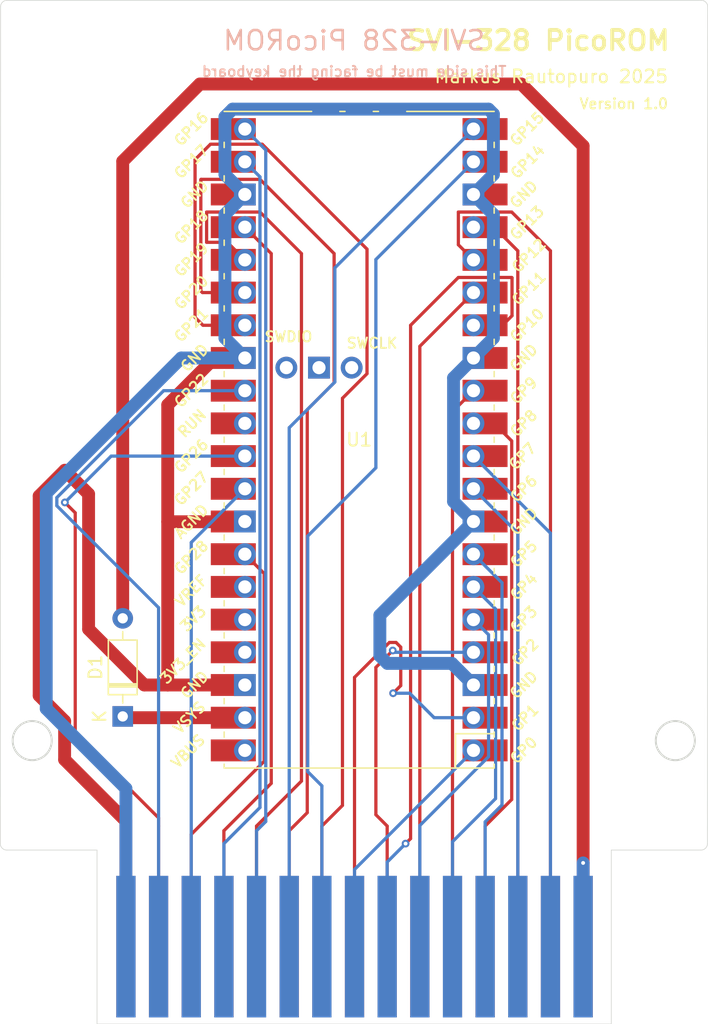
<source format=kicad_pcb>
(kicad_pcb (version 20240108) (generator "pcbnew") (generator_version "8.0")
  (title_block (title "SVI-328 PicoROM cartridge") (date "2024-11-27") (rev "1.0") (company "Markus Rautopuro") (comment 1 "https://github.com/fitch/SVI-328-PicoROM"))
  (layers (0 "F.Cu" signal) (31 "B.Cu" signal) (34 "B.Paste" user) (35 "F.Paste" user) (36 "B.SilkS" user "B.Silkscreen") (37 "F.SilkS" user "F.Silkscreen") (38 "B.Mask" user) (39 "F.Mask" user) (44 "Edge.Cuts" user))
  (net 0 "")
  (net 1 "VCC")
  (net 2 "GND")
  (net 3 "A9")
  (net 4 "D6")
  (net 5 "D5")
  (net 6 "D1")
  (net 7 "A6")
  (net 8 "A5")
  (net 9 "A1")
  (net 10 "D2")
  (net 11 "A3")
  (net 12 "A8")
  (net 13 "A2")
  (net 14 "A13")
  (net 15 "D3")
  (net 16 "D4")
  (net 17 "A12")
  (net 18 "D0")
  (net 19 "D7")
  (net 20 "A10")
  (net 21 "A11")
  (net 22 "A0")
  (net 23 "A4")
  (net 24 "A7")
  (net 25 "{slash}CCS3")
  (net 26 "{slash}CCS2")
  (net 27 "{slash}CCS1")
  (net 28 "{slash}CCS4")
  (net 30 "Net-(D1-K)")
  (footprint "Spectravideo:ROM cartridge edge connector" (layer "F.Cu") (at 134.028691 156.127414)
    (property "Reference" "J1" (hide yes))
    (property "Value" "2x15 pin Spectravideo ROM cartridge edge connector")
    (pad "1" connect rect (at 17.78 -0.127) (size 1.5 11) (layers "B.Cu" "B.Mask") (net 1 "VCC"))
    (pad "2" connect rect (at 17.78 -0.127) (size 1.5 11) (layers "F.Cu" "F.Mask") (net 1 "VCC"))
    (pad "3" connect rect (at 15.24 -0.127) (size 1.5 11) (layers "B.Cu" "B.Mask") (net 24 "A7"))
    (pad "4" connect rect (at 15.24 -0.127) (size 1.5 11) (layers "F.Cu" "F.Mask") (net 17 "A12"))
    (pad "5" connect rect (at 12.7 -0.127) (size 1.5 11) (layers "B.Cu" "B.Mask") (net 7 "A6"))
    (pad "6" connect rect (at 12.7 -0.127) (size 1.5 11) (layers "F.Cu" "F.Mask") (net 14 "A13"))
    (pad "7" connect rect (at 10.16 -0.127) (size 1.5 11) (layers "B.Cu" "B.Mask") (net 8 "A5"))
    (pad "8" connect rect (at 10.16 -0.127) (size 1.5 11) (layers "F.Cu" "F.Mask") (net 12 "A8"))
    (pad "9" connect rect (at 7.62 -0.127) (size 1.5 11) (layers "B.Cu" "B.Mask") (net 23 "A4"))
    (pad "10" connect rect (at 7.62 -0.127) (size 1.5 11) (layers "F.Cu" "F.Mask") (net 3 "A9"))
    (pad "11" connect rect (at 5.08 -0.127) (size 1.5 11) (layers "B.Cu" "B.Mask") (net 11 "A3"))
    (pad "12" connect rect (at 5.08 -0.127) (size 1.5 11) (layers "F.Cu" "F.Mask") (net 21 "A11"))
    (pad "13" connect rect (at 2.54 -0.127) (size 1.5 11) (layers "B.Cu" "B.Mask") (net 20 "A10"))
    (pad "14" connect rect (at 2.54 -0.127) (size 1.5 11) (layers "F.Cu" "F.Mask") (net 13 "A2"))
    (pad "15" connect rect (at 0 -0.127) (size 1.5 11) (layers "B.Cu" "B.Mask") (net 22 "A0"))
    (pad "16" connect rect (at 0 -0.127) (size 1.5 11) (layers "F.Cu" "F.Mask") (net 9 "A1"))
    (pad "17" connect rect (at -2.54 -0.127) (size 1.5 11) (layers "B.Cu" "B.Mask") (net 18 "D0"))
    (pad "18" connect rect (at -2.54 -0.127) (size 1.5 11) (layers "F.Cu" "F.Mask") (net 19 "D7"))
    (pad "19" connect rect (at -5.08 -0.127) (size 1.5 11) (layers "B.Cu" "B.Mask") (net 6 "D1"))
    (pad "20" connect rect (at -5.08 -0.127) (size 1.5 11) (layers "F.Cu" "F.Mask") (net 4 "D6"))
    (pad "21" connect rect (at -7.62 -0.127) (size 1.5 11) (layers "B.Cu" "B.Mask") (net 10 "D2"))
    (pad "22" connect rect (at -7.62 -0.127) (size 1.5 11) (layers "F.Cu" "F.Mask") (net 5 "D5"))
    (pad "23" connect rect (at -10.16 -0.127) (size 1.5 11) (layers "B.Cu" "B.Mask") (net 15 "D3"))
    (pad "24" connect rect (at -10.16 -0.127) (size 1.5 11) (layers "F.Cu" "F.Mask") (net 16 "D4"))
    (pad "25" connect rect (at -12.7 -0.127) (size 1.5 11) (layers "B.Cu" "B.Mask") (net 25 "{slash}CCS3"))
    (pad "26" connect rect (at -12.7 -0.127) (size 1.5 11) (layers "F.Cu" "F.Mask") (net 28 "{slash}CCS4"))
    (pad "27" connect rect (at -15.24 -0.127) (size 1.5 11) (layers "B.Cu" "B.Mask") (net 27 "{slash}CCS1"))
    (pad "28" connect rect (at -15.24 -0.127) (size 1.5 11) (layers "F.Cu" "F.Mask") (net 26 "{slash}CCS2"))
    (pad "29" connect rect (at -17.78 -0.127) (size 1.5 11) (layers "B.Cu" "B.Mask") (net 2 "GND"))
    (pad "30" connect rect (at -17.78 -0.127) (size 1.5 11) (layers "F.Cu" "F.Mask") (net 2 "GND"))
  )
  (footprint "Spectravideo:RPi_PicoW_SMD_TH" (layer "F.Cu") (at 134.39 116.63 180)
    (property "Reference" "U1" (at 0 0 0) (layer "F.SilkS"))
    (property "Value" "Pico 2 W")
    (fp_line (start 10.5 25.5) (end 3.7 25.5) (stroke (width 0.12)) (layer "F.SilkS"))
    (fp_line (start 10.5 22.7) (end 10.5 23.1) (stroke (width 0.12)) (layer "F.SilkS"))
    (fp_line (start 10.5 20.1) (end 10.5 20.5) (stroke (width 0.12)) (layer "F.SilkS"))
    (fp_line (start 10.5 17.6) (end 10.5 18) (stroke (width 0.12)) (layer "F.SilkS"))
    (fp_line (start 10.5 15.1) (end 10.5 15.5) (stroke (width 0.12)) (layer "F.SilkS"))
    (fp_line (start 10.5 12.5) (end 10.5 12.9) (stroke (width 0.12)) (layer "F.SilkS"))
    (fp_line (start 10.5 10) (end 10.5 10.4) (stroke (width 0.12)) (layer "F.SilkS"))
    (fp_line (start 10.5 7.4) (end 10.5 7.8) (stroke (width 0.12)) (layer "F.SilkS"))
    (fp_line (start 10.5 4.9) (end 10.5 5.3) (stroke (width 0.12)) (layer "F.SilkS"))
    (fp_line (start 10.5 2.3) (end 10.5 2.7) (stroke (width 0.12)) (layer "F.SilkS"))
    (fp_line (start 10.5 -0.2) (end 10.5 0.2) (stroke (width 0.12)) (layer "F.SilkS"))
    (fp_line (start 10.5 -2.7) (end 10.5 -2.3) (stroke (width 0.12)) (layer "F.SilkS"))
    (fp_line (start 10.5 -5.3) (end 10.5 -4.9) (stroke (width 0.12)) (layer "F.SilkS"))
    (fp_line (start 10.5 -7.8) (end 10.5 -7.4) (stroke (width 0.12)) (layer "F.SilkS"))
    (fp_line (start 10.5 -10.4) (end 10.5 -10) (stroke (width 0.12)) (layer "F.SilkS"))
    (fp_line (start 10.5 -12.9) (end 10.5 -12.5) (stroke (width 0.12)) (layer "F.SilkS"))
    (fp_line (start 10.5 -15.4) (end 10.5 -15) (stroke (width 0.12)) (layer "F.SilkS"))
    (fp_line (start 10.5 -18) (end 10.5 -17.6) (stroke (width 0.12)) (layer "F.SilkS"))
    (fp_line (start 10.5 -20.5) (end 10.5 -20.1) (stroke (width 0.12)) (layer "F.SilkS"))
    (fp_line (start 10.5 -23.1) (end 10.5 -22.7) (stroke (width 0.12)) (layer "F.SilkS"))
    (fp_line (start 10.5 -25.5) (end 10.5 -25.2) (stroke (width 0.12)) (layer "F.SilkS"))
    (fp_line (start 1.1 25.5) (end 1.5 25.5) (stroke (width 0.12)) (layer "F.SilkS"))
    (fp_line (start -1.5 25.5) (end -1.1 25.5) (stroke (width 0.12)) (layer "F.SilkS"))
    (fp_line (start -3.7 25.5) (end -10.5 25.5) (stroke (width 0.12)) (layer "F.SilkS"))
    (fp_line (start -7.493 -22.833) (end -7.493 -25.5) (stroke (width 0.12)) (layer "F.SilkS"))
    (fp_line (start -10.5 22.7) (end -10.5 23.1) (stroke (width 0.12)) (layer "F.SilkS"))
    (fp_line (start -10.5 20.1) (end -10.5 20.5) (stroke (width 0.12)) (layer "F.SilkS"))
    (fp_line (start -10.5 17.6) (end -10.5 18) (stroke (width 0.12)) (layer "F.SilkS"))
    (fp_line (start -10.5 15.1) (end -10.5 15.5) (stroke (width 0.12)) (layer "F.SilkS"))
    (fp_line (start -10.5 12.5) (end -10.5 12.9) (stroke (width 0.12)) (layer "F.SilkS"))
    (fp_line (start -10.5 10) (end -10.5 10.4) (stroke (width 0.12)) (layer "F.SilkS"))
    (fp_line (start -10.5 7.4) (end -10.5 7.8) (stroke (width 0.12)) (layer "F.SilkS"))
    (fp_line (start -10.5 4.9) (end -10.5 5.3) (stroke (width 0.12)) (layer "F.SilkS"))
    (fp_line (start -10.5 2.3) (end -10.5 2.7) (stroke (width 0.12)) (layer "F.SilkS"))
    (fp_line (start -10.5 -0.2) (end -10.5 0.2) (stroke (width 0.12)) (layer "F.SilkS"))
    (fp_line (start -10.5 -2.7) (end -10.5 -2.3) (stroke (width 0.12)) (layer "F.SilkS"))
    (fp_line (start -10.5 -5.3) (end -10.5 -4.9) (stroke (width 0.12)) (layer "F.SilkS"))
    (fp_line (start -10.5 -7.8) (end -10.5 -7.4) (stroke (width 0.12)) (layer "F.SilkS"))
    (fp_line (start -10.5 -10.4) (end -10.5 -10) (stroke (width 0.12)) (layer "F.SilkS"))
    (fp_line (start -10.5 -12.9) (end -10.5 -12.5) (stroke (width 0.12)) (layer "F.SilkS"))
    (fp_line (start -10.5 -15.4) (end -10.5 -15) (stroke (width 0.12)) (layer "F.SilkS"))
    (fp_line (start -10.5 -18) (end -10.5 -17.6) (stroke (width 0.12)) (layer "F.SilkS"))
    (fp_line (start -10.5 -20.5) (end -10.5 -20.1) (stroke (width 0.12)) (layer "F.SilkS"))
    (fp_line (start -10.5 -22.833) (end -7.493 -22.833) (stroke (width 0.12)) (layer "F.SilkS"))
    (fp_line (start -10.5 -23.1) (end -10.5 -22.7) (stroke (width 0.12)) (layer "F.SilkS"))
    (fp_line (start -10.5 -25.5) (end 10.5 -25.5) (stroke (width 0.12)) (layer "F.SilkS"))
    (fp_line (start -10.5 -25.5) (end -10.5 -25.2) (stroke (width 0.12)) (layer "F.SilkS"))
    (fp_text user "GP2" (at -12.9 -16.51 45) (layer "F.SilkS") (effects (font (size 0.8 0.8))))
    (fp_text user "GP28" (at 13.054 -9.144 45) (layer "F.SilkS") (effects (font (size 0.8 0.8))))
    (fp_text user "GP22" (at 13.054 3.81 45) (layer "F.SilkS") (effects (font (size 0.8 0.8))))
    (fp_text user "GP8" (at -12.8 1.27 45) (layer "F.SilkS") (effects (font (size 0.8 0.8))))
    (fp_text user "RUN" (at 13 1.27 45) (layer "F.SilkS") (effects (font (size 0.8 0.8))))
    (fp_text user "SWCLK" (at -1 7.5 0) (layer "F.SilkS") (effects (font (size 0.8 0.8))))
    (fp_text user "GND" (at 12.8 19.05 45) (layer "F.SilkS") (effects (font (size 0.8 0.8))))
    (fp_text user "GND" (at -12.8 19.05 45) (layer "F.SilkS") (effects (font (size 0.8 0.8))))
    (fp_text user "GND" (at -12.8 6.35 45) (layer "F.SilkS") (effects (font (size 0.8 0.8))))
    (fp_text user "AGND" (at 13.054 -6.35 45) (layer "F.SilkS") (effects (font (size 0.8 0.8))))
    (fp_text user "VSYS" (at 13.2 -21.59 45) (layer "F.SilkS") (effects (font (size 0.8 0.8))))
    (fp_text user "GP9" (at -12.8 3.81 45) (layer "F.SilkS") (effects (font (size 0.8 0.8))))
    (fp_text user "GP15" (at -13.054 24.13 45) (layer "F.SilkS") (effects (font (size 0.8 0.8))))
    (fp_text user "3V3" (at 12.9 -13.9 45) (layer "F.SilkS") (effects (font (size 0.8 0.8))))
    (fp_text user "GP14" (at -13.1 21.59 45) (layer "F.SilkS") (effects (font (size 0.8 0.8))))
    (fp_text user "GND" (at -12.8 -6.35 45) (layer "F.SilkS") (effects (font (size 0.8 0.8))))
    (fp_text user "GP6" (at -12.8 -3.81 45) (layer "F.SilkS") (effects (font (size 0.8 0.8))))
    (fp_text user "GP4" (at -12.8 -11.43 45) (layer "F.SilkS") (effects (font (size 0.8 0.8))))
    (fp_text user "SWDIO" (at 5.5 8 0) (layer "F.SilkS") (effects (font (size 0.8 0.8))))
    (fp_text user "GP16" (at 13.054 24.13 45) (layer "F.SilkS") (effects (font (size 0.8 0.8))))
    (fp_text user "GND" (at -12.8 -19.05 45) (layer "F.SilkS") (effects (font (size 0.8 0.8))))
    (fp_text user "VREF" (at 13.0675 -11.7425 45) (layer "F.SilkS") (effects (font (size 0.8 0.8))))
    (fp_text user "VBUS" (at 13.3 -24.2 45) (layer "F.SilkS") (effects (font (size 0.8 0.8))))
    (fp_text user "3V3_EN" (at 13.7 -17.2 45) (layer "F.SilkS") (effects (font (size 0.8 0.8))))
    (fp_text user "GP12" (at -13.2 14.2925 45) (layer "F.SilkS") (effects (font (size 0.8 0.8))))
    (fp_text user "GP0" (at -12.8 -24.13 45) (layer "F.SilkS") (effects (font (size 0.8 0.8))))
    (fp_text user "GP11" (at -13.2 11.7525 45) (layer "F.SilkS") (effects (font (size 0.8 0.8))))
    (fp_text user "GP1" (at -12.9 -21.6 45) (layer "F.SilkS") (effects (font (size 0.8 0.8))))
    (fp_text user "GP20" (at 13.054 11.43 45) (layer "F.SilkS") (effects (font (size 0.8 0.8))))
    (fp_text user "GP13" (at -13.054 16.8325 45) (layer "F.SilkS") (effects (font (size 0.8 0.8))))
    (fp_text user "GP26" (at 13.054 -1.27 45) (layer "F.SilkS") (effects (font (size 0.8 0.8))))
    (fp_text user "GP17" (at 13.054 21.59 45) (layer "F.SilkS") (effects (font (size 0.8 0.8))))
    (fp_text user "GP27" (at 13.054 -3.8 45) (layer "F.SilkS") (effects (font (size 0.8 0.8))))
    (fp_text user "GP7" (at -12.7 -1.3 45) (layer "F.SilkS") (effects (font (size 0.8 0.8))))
    (fp_text user "GND" (at 12.8 6.35 45) (layer "F.SilkS") (effects (font (size 0.8 0.8))))
    (fp_text user "GP3" (at -12.8 -13.97 45) (layer "F.SilkS") (effects (font (size 0.8 0.8))))
    (fp_text user "GND" (at 12.8 -19.05 45) (layer "F.SilkS") (effects (font (size 0.8 0.8))))
    (fp_text user "GP10" (at -13.054 8.89 45) (layer "F.SilkS") (effects (font (size 0.8 0.8))))
    (fp_text user "GP5" (at -12.8 -8.89 45) (layer "F.SilkS") (effects (font (size 0.8 0.8))))
    (fp_text user "GP19" (at 13.054 13.97 45) (layer "F.SilkS") (effects (font (size 0.8 0.8))))
    (fp_text user "GP21" (at 13.054 8.9 45) (layer "F.SilkS") (effects (font (size 0.8 0.8))))
    (fp_text user "GP18" (at 13.054 16.51 45) (layer "F.SilkS") (effects (font (size 0.8 0.8))))
    (pad "" np_thru_hole oval (at -2.725 -24 180) (size 1.8 1.8) (drill 1.8) (layers "*.Cu" "*.Mask"))
    (pad "" np_thru_hole oval (at -2.425 -20.97 180) (size 1.5 1.5) (drill 1.5) (layers "*.Cu" "*.Mask"))
    (pad "" np_thru_hole oval (at 2.425 -20.97 180) (size 1.5 1.5) (drill 1.5) (layers "*.Cu" "*.Mask"))
    (pad "" np_thru_hole oval (at 2.725 -24 180) (size 1.8 1.8) (drill 1.8) (layers "*.Cu" "*.Mask"))
    (pad "1" thru_hole oval (at -8.89 -24.13 180) (size 1.7 1.7) (drill 1.02) (layers "*.Cu" "*.Mask") (net 22 "A0"))
    (pad "1" smd rect (at -8.89 -24.13 180) (size 3.5 1.7) (drill (offset -0.9 0)) (layers "F.Cu" "F.Mask") (net 22 "A0"))
    (pad "2" thru_hole oval (at -8.89 -21.59 180) (size 1.7 1.7) (drill 1.02) (layers "*.Cu" "*.Mask") (net 9 "A1"))
    (pad "2" smd rect (at -8.89 -21.59 180) (size 3.5 1.7) (drill (offset -0.9 0)) (layers "F.Cu" "F.Mask") (net 9 "A1"))
    (pad "3" thru_hole rect (at -8.89 -19.05 180) (size 1.7 1.7) (drill 1.02) (layers "*.Cu" "*.Mask") (net 2 "GND"))
    (pad "3" smd rect (at -8.89 -19.05 180) (size 3.5 1.7) (drill (offset -0.9 0)) (layers "F.Cu" "F.Mask") (net 2 "GND"))
    (pad "4" thru_hole oval (at -8.89 -16.51 180) (size 1.7 1.7) (drill 1.02) (layers "*.Cu" "*.Mask") (net 13 "A2"))
    (pad "4" smd rect (at -8.89 -16.51 180) (size 3.5 1.7) (drill (offset -0.9 0)) (layers "F.Cu" "F.Mask") (net 13 "A2"))
    (pad "5" thru_hole oval (at -8.89 -13.97 180) (size 1.7 1.7) (drill 1.02) (layers "*.Cu" "*.Mask") (net 11 "A3"))
    (pad "5" smd rect (at -8.89 -13.97 180) (size 3.5 1.7) (drill (offset -0.9 0)) (layers "F.Cu" "F.Mask") (net 11 "A3"))
    (pad "6" thru_hole oval (at -8.89 -11.43 180) (size 1.7 1.7) (drill 1.02) (layers "*.Cu" "*.Mask") (net 23 "A4"))
    (pad "6" smd rect (at -8.89 -11.43 180) (size 3.5 1.7) (drill (offset -0.9 0)) (layers "F.Cu" "F.Mask") (net 23 "A4"))
    (pad "7" thru_hole oval (at -8.89 -8.89 180) (size 1.7 1.7) (drill 1.02) (layers "*.Cu" "*.Mask") (net 8 "A5"))
    (pad "7" smd rect (at -8.89 -8.89 180) (size 3.5 1.7) (drill (offset -0.9 0)) (layers "F.Cu" "F.Mask") (net 8 "A5"))
    (pad "8" thru_hole rect (at -8.89 -6.35 180) (size 1.7 1.7) (drill 1.02) (layers "*.Cu" "*.Mask") (net 2 "GND"))
    (pad "8" smd rect (at -8.89 -6.35 180) (size 3.5 1.7) (drill (offset -0.9 0)) (layers "F.Cu" "F.Mask") (net 2 "GND"))
    (pad "9" thru_hole oval (at -8.89 -3.81 180) (size 1.7 1.7) (drill 1.02) (layers "*.Cu" "*.Mask") (net 7 "A6"))
    (pad "9" smd rect (at -8.89 -3.81 180) (size 3.5 1.7) (drill (offset -0.9 0)) (layers "F.Cu" "F.Mask") (net 7 "A6"))
    (pad "10" thru_hole oval (at -8.89 -1.27 180) (size 1.7 1.7) (drill 1.02) (layers "*.Cu" "*.Mask") (net 24 "A7"))
    (pad "10" smd rect (at -8.89 -1.27 180) (size 3.5 1.7) (drill (offset -0.9 0)) (layers "F.Cu" "F.Mask") (net 24 "A7"))
    (pad "11" thru_hole oval (at -8.89 1.27 180) (size 1.7 1.7) (drill 1.02) (layers "*.Cu" "*.Mask") (net 12 "A8"))
    (pad "11" smd rect (at -8.89 1.27 180) (size 3.5 1.7) (drill (offset -0.9 0)) (layers "F.Cu" "F.Mask") (net 12 "A8"))
    (pad "12" thru_hole oval (at -8.89 3.81 180) (size 1.7 1.7) (drill 1.02) (layers "*.Cu" "*.Mask") (net 3 "A9"))
    (pad "12" smd rect (at -8.89 3.81 180) (size 3.5 1.7) (drill (offset -0.9 0)) (layers "F.Cu" "F.Mask") (net 3 "A9"))
    (pad "13" thru_hole rect (at -8.89 6.35 180) (size 1.7 1.7) (drill 1.02) (layers "*.Cu" "*.Mask") (net 2 "GND"))
    (pad "13" smd rect (at -8.89 6.35 180) (size 3.5 1.7) (drill (offset -0.9 0)) (layers "F.Cu" "F.Mask") (net 2 "GND"))
    (pad "14" thru_hole oval (at -8.89 8.89 180) (size 1.7 1.7) (drill 1.02) (layers "*.Cu" "*.Mask") (net 20 "A10"))
    (pad "14" smd rect (at -8.89 8.89 180) (size 3.5 1.7) (drill (offset -0.9 0)) (layers "F.Cu" "F.Mask") (net 20 "A10"))
    (pad "15" thru_hole oval (at -8.89 11.43 180) (size 1.7 1.7) (drill 1.02) (layers "*.Cu" "*.Mask") (net 21 "A11"))
    (pad "15" smd rect (at -8.89 11.43 180) (size 3.5 1.7) (drill (offset -0.9 0)) (layers "F.Cu" "F.Mask") (net 21 "A11"))
    (pad "16" thru_hole oval (at -8.89 13.97 180) (size 1.7 1.7) (drill 1.02) (layers "*.Cu" "*.Mask") (net 17 "A12"))
    (pad "16" smd rect (at -8.89 13.97 180) (size 3.5 1.7) (drill (offset -0.9 0)) (layers "F.Cu" "F.Mask") (net 17 "A12"))
    (pad "17" thru_hole oval (at -8.89 16.51 180) (size 1.7 1.7) (drill 1.02) (layers "*.Cu" "*.Mask") (net 14 "A13"))
    (pad "17" smd rect (at -8.89 16.51 180) (size 3.5 1.7) (drill (offset -0.9 0)) (layers "F.Cu" "F.Mask") (net 14 "A13"))
    (pad "18" thru_hole rect (at -8.89 19.05 180) (size 1.7 1.7) (drill 1.02) (layers "*.Cu" "*.Mask") (net 2 "GND"))
    (pad "18" smd rect (at -8.89 19.05 180) (size 3.5 1.7) (drill (offset -0.9 0)) (layers "F.Cu" "F.Mask") (net 2 "GND"))
    (pad "19" thru_hole oval (at -8.89 21.59 180) (size 1.7 1.7) (drill 1.02) (layers "*.Cu" "*.Mask") (net 18 "D0"))
    (pad "19" smd rect (at -8.89 21.59 180) (size 3.5 1.7) (drill (offset -0.9 0)) (layers "F.Cu" "F.Mask") (net 18 "D0"))
    (pad "20" thru_hole oval (at -8.89 24.13 180) (size 1.7 1.7) (drill 1.02) (layers "*.Cu" "*.Mask") (net 6 "D1"))
    (pad "20" smd rect (at -8.89 24.13 180) (size 3.5 1.7) (drill (offset -0.9 0)) (layers "F.Cu" "F.Mask") (net 6 "D1"))
    (pad "21" thru_hole oval (at 8.89 24.13 180) (size 1.7 1.7) (drill 1.02) (layers "*.Cu" "*.Mask") (net 10 "D2"))
    (pad "21" smd rect (at 8.89 24.13 180) (size 3.5 1.7) (drill (offset 0.9 0)) (layers "F.Cu" "F.Mask") (net 10 "D2"))
    (pad "22" thru_hole oval (at 8.89 21.59 180) (size 1.7 1.7) (drill 1.02) (layers "*.Cu" "*.Mask") (net 15 "D3"))
    (pad "22" smd rect (at 8.89 21.59 180) (size 3.5 1.7) (drill (offset 0.9 0)) (layers "F.Cu" "F.Mask") (net 15 "D3"))
    (pad "23" thru_hole rect (at 8.89 19.05 180) (size 1.7 1.7) (drill 1.02) (layers "*.Cu" "*.Mask") (net 2 "GND"))
    (pad "23" smd rect (at 8.89 19.05 180) (size 3.5 1.7) (drill (offset 0.9 0)) (layers "F.Cu" "F.Mask") (net 2 "GND"))
    (pad "24" thru_hole oval (at 8.89 16.51 180) (size 1.7 1.7) (drill 1.02) (layers "*.Cu" "*.Mask") (net 16 "D4"))
    (pad "24" smd rect (at 8.89 16.51 180) (size 3.5 1.7) (drill (offset 0.9 0)) (layers "F.Cu" "F.Mask") (net 16 "D4"))
    (pad "25" thru_hole oval (at 8.89 13.97 180) (size 1.7 1.7) (drill 1.02) (layers "*.Cu" "*.Mask") (net 5 "D5"))
    (pad "25" smd rect (at 8.89 13.97 180) (size 3.5 1.7) (drill (offset 0.9 0)) (layers "F.Cu" "F.Mask") (net 5 "D5"))
    (pad "26" thru_hole oval (at 8.89 11.43 180) (size 1.7 1.7) (drill 1.02) (layers "*.Cu" "*.Mask") (net 4 "D6"))
    (pad "26" smd rect (at 8.89 11.43 180) (size 3.5 1.7) (drill (offset 0.9 0)) (layers "F.Cu" "F.Mask") (net 4 "D6"))
    (pad "27" thru_hole oval (at 8.89 8.89 180) (size 1.7 1.7) (drill 1.02) (layers "*.Cu" "*.Mask") (net 19 "D7"))
    (pad "27" smd rect (at 8.89 8.89 180) (size 3.5 1.7) (drill (offset 0.9 0)) (layers "F.Cu" "F.Mask") (net 19 "D7"))
    (pad "28" thru_hole rect (at 8.89 6.35 180) (size 1.7 1.7) (drill 1.02) (layers "*.Cu" "*.Mask") (net 2 "GND"))
    (pad "28" smd rect (at 8.89 6.35 180) (size 3.5 1.7) (drill (offset 0.9 0)) (layers "F.Cu" "F.Mask") (net 2 "GND"))
    (pad "29" thru_hole oval (at 8.89 3.81 180) (size 1.7 1.7) (drill 1.02) (layers "*.Cu" "*.Mask") (net 27 "{slash}CCS1"))
    (pad "29" smd rect (at 8.89 3.81 180) (size 3.5 1.7) (drill (offset 0.9 0)) (layers "F.Cu" "F.Mask") (net 27 "{slash}CCS1"))
    (pad "30" thru_hole oval (at 8.89 1.27 180) (size 1.7 1.7) (drill 1.02) (layers "*.Cu" "*.Mask"))
    (pad "30" smd rect (at 8.89 1.27 180) (size 3.5 1.7) (drill (offset 0.9 0)) (layers "F.Cu" "F.Mask"))
    (pad "31" thru_hole oval (at 8.89 -1.27 180) (size 1.7 1.7) (drill 1.02) (layers "*.Cu" "*.Mask") (net 26 "{slash}CCS2"))
    (pad "31" smd rect (at 8.89 -1.27 180) (size 3.5 1.7) (drill (offset 0.9 0)) (layers "F.Cu" "F.Mask") (net 26 "{slash}CCS2"))
    (pad "32" thru_hole oval (at 8.89 -3.81 180) (size 1.7 1.7) (drill 1.02) (layers "*.Cu" "*.Mask") (net 25 "{slash}CCS3"))
    (pad "32" smd rect (at 8.89 -3.81 180) (size 3.5 1.7) (drill (offset 0.9 0)) (layers "F.Cu" "F.Mask") (net 25 "{slash}CCS3"))
    (pad "33" thru_hole rect (at 8.89 -6.35 180) (size 1.7 1.7) (drill 1.02) (layers "*.Cu" "*.Mask") (net 2 "GND"))
    (pad "33" smd rect (at 8.89 -6.35 180) (size 3.5 1.7) (drill (offset 0.9 0)) (layers "F.Cu" "F.Mask") (net 2 "GND"))
    (pad "34" thru_hole oval (at 8.89 -8.89 180) (size 1.7 1.7) (drill 1.02) (layers "*.Cu" "*.Mask") (net 28 "{slash}CCS4"))
    (pad "34" smd rect (at 8.89 -8.89 180) (size 3.5 1.7) (drill (offset 0.9 0)) (layers "F.Cu" "F.Mask") (net 28 "{slash}CCS4"))
    (pad "35" thru_hole oval (at 8.89 -11.43 180) (size 1.7 1.7) (drill 1.02) (layers "*.Cu" "*.Mask"))
    (pad "35" smd rect (at 8.89 -11.43 180) (size 3.5 1.7) (drill (offset 0.9 0)) (layers "F.Cu" "F.Mask"))
    (pad "36" thru_hole oval (at 8.89 -13.97 180) (size 1.7 1.7) (drill 1.02) (layers "*.Cu" "*.Mask"))
    (pad "36" smd rect (at 8.89 -13.97 180) (size 3.5 1.7) (drill (offset 0.9 0)) (layers "F.Cu" "F.Mask"))
    (pad "37" thru_hole oval (at 8.89 -16.51 180) (size 1.7 1.7) (drill 1.02) (layers "*.Cu" "*.Mask"))
    (pad "37" smd rect (at 8.89 -16.51 180) (size 3.5 1.7) (drill (offset 0.9 0)) (layers "F.Cu" "F.Mask"))
    (pad "38" thru_hole rect (at 8.89 -19.05 180) (size 1.7 1.7) (drill 1.02) (layers "*.Cu" "*.Mask") (net 2 "GND"))
    (pad "38" smd rect (at 8.89 -19.05 180) (size 3.5 1.7) (drill (offset 0.9 0)) (layers "F.Cu" "F.Mask") (net 2 "GND"))
    (pad "39" thru_hole oval (at 8.89 -21.59 180) (size 1.7 1.7) (drill 1.02) (layers "*.Cu" "*.Mask") (net 30 "Net-(D1-K)"))
    (pad "39" smd rect (at 8.89 -21.59 180) (size 3.5 1.7) (drill (offset 0.9 0)) (layers "F.Cu" "F.Mask") (net 30 "Net-(D1-K)"))
    (pad "40" thru_hole oval (at 8.89 -24.13 180) (size 1.7 1.7) (drill 1.02) (layers "*.Cu" "*.Mask"))
    (pad "40" smd rect (at 8.89 -24.13 180) (size 3.5 1.7) (drill (offset 0.9 0)) (layers "F.Cu" "F.Mask"))
    (pad "41" thru_hole oval (at 0.5841 5.6 180) (size 1.7 1.7) (drill 1.02) (layers "*.Cu" "*.Mask"))
    (pad "42" thru_hole rect (at 3.1241 5.6 180) (size 1.7 1.7) (drill 1.02) (layers "*.Cu" "*.Mask"))
    (pad "43" thru_hole oval (at 5.6641 5.6 180) (size 1.7 1.7) (drill 1.02) (layers "*.Cu" "*.Mask"))
  )
  (footprint "Diode_THT:D_DO-35_SOD27_P7.62mm_Horizontal" (layer "F.Cu") (at 116 138.12 90)
    (property "Reference" "D1" (at 3.81 -2.12 90) (layer "F.SilkS"))
    (property "Value" "Diode +5V")
    (fp_line (start 5.93 -1.12) (end 1.69 -1.12) (stroke (width 0.12)) (layer "F.SilkS"))
    (fp_line (start 2.53 -1.12) (end 2.53 1.12) (stroke (width 0.12)) (layer "F.SilkS"))
    (fp_line (start 2.41 -1.12) (end 2.41 1.12) (stroke (width 0.12)) (layer "F.SilkS"))
    (fp_line (start 2.29 -1.12) (end 2.29 1.12) (stroke (width 0.12)) (layer "F.SilkS"))
    (fp_line (start 1.69 -1.12) (end 1.69 1.12) (stroke (width 0.12)) (layer "F.SilkS"))
    (fp_line (start 6.58 0) (end 5.93 0) (stroke (width 0.12)) (layer "F.SilkS"))
    (fp_line (start 1.04 0) (end 1.69 0) (stroke (width 0.12)) (layer "F.SilkS"))
    (fp_line (start 5.93 1.12) (end 5.93 -1.12) (stroke (width 0.12)) (layer "F.SilkS"))
    (fp_line (start 1.69 1.12) (end 5.93 1.12) (stroke (width 0.12)) (layer "F.SilkS"))
    (fp_text user "K" (at 0 -1.8 90) (layer "F.SilkS"))
    (pad "1" thru_hole rect (at 0 0 90) (size 1.6 1.6) (drill 0.8) (layers "*.Cu" "*.Mask") (net 30 "Net-(D1-K)"))
    (pad "2" thru_hole oval (at 7.62 0 90) (size 1.6 1.6) (drill 0.8) (layers "*.Cu" "*.Mask") (net 1 "VCC"))
  )
  (gr_circle (center 108.958618 140) (end 110.479309 140) (stroke (width 0.15)) (fill none) (layer "Edge.Cuts"))
  (gr_arc (start 161.479309 148) (mid 161.332862 148.353553) (end 160.979309 148.5) (stroke (width 0.05)) (layer "Edge.Cuts"))
  (gr_line (start 107 82.5) (end 161 82.5) (stroke (width 0.05)) (layer "Edge.Cuts"))
  (gr_arc (start 161 82.5) (mid 161.353548 82.64645) (end 161.5 83) (stroke (width 0.05)) (layer "Edge.Cuts"))
  (gr_line (start 160.979309 148.5) (end 154 148.5) (stroke (width 0.05)) (layer "Edge.Cuts"))
  (gr_line (start 106.479309 148) (end 106.5 83) (stroke (width 0.05)) (layer "Edge.Cuts"))
  (gr_line (start 114 162) (end 114 148.5) (stroke (width 0.05)) (layer "Edge.Cuts"))
  (gr_arc (start 106.5 83) (mid 106.646447 82.64645) (end 107 82.5) (stroke (width 0.05)) (layer "Edge.Cuts"))
  (gr_line (start 114 148.5) (end 106.979309 148.5) (stroke (width 0.05)) (layer "Edge.Cuts"))
  (gr_circle (center 158.979309 140) (end 160.5 140) (stroke (width 0.15)) (fill none) (layer "Edge.Cuts"))
  (gr_arc (start 106.979309 148.5) (mid 106.625756 148.353553) (end 106.479309 148) (stroke (width 0.05)) (layer "Edge.Cuts"))
  (gr_line (start 154 162) (end 154 148.5) (stroke (width 0.05)) (layer "Edge.Cuts"))
  (gr_line (start 161.5 83) (end 161.479309 148) (stroke (width 0.05)) (layer "Edge.Cuts"))
  (gr_line (start 114 162) (end 154 162) (stroke (width 0.05)) (layer "Edge.Cuts"))
  (gr_text "This side must be facing the keyboard" (at 134 88.5 0) (layer "B.SilkS") (effects (font (size 0.8 0.8)) (justify bottom mirror)))
  (gr_text "SVI-328 PicoROM" (at 134 86.5 0) (layer "B.SilkS") (effects (font (size 1.5 1.5) (thickness 0.2) (bold yes)) (justify bottom mirror)))
  (gr_text "Version 1.0" (at 158.5 91 0) (layer "F.SilkS") (effects (font (size 0.8 0.8)) (justify right bottom)))
  (gr_text "Markus Rautopuro 2025" (at 158.5 89 0) (layer "F.SilkS") (effects (font (size 1 1)) (justify right bottom)))
  (gr_text "SVI-328 PicoROM" (at 158.7 86.5 0) (layer "F.SilkS") (effects (font (size 1.5 1.5) (thickness 0.3) (bold yes)) (justify right bottom)))
  (segment (start 151.808691 156.000414) (end 151.808691 149.5) (width 1) (layer "F.Cu") (net 1))
  (segment (start 147 89) (end 122 89) (width 1) (layer "F.Cu") (net 1))
  (segment (start 151.808691 93.808691) (end 147 89) (width 1) (layer "F.Cu") (net 1))
  (segment (start 116 130.5) (end 116 95) (width 1) (layer "F.Cu") (net 1))
  (segment (start 151.808691 149.5) (end 151.808691 93.808691) (width 1) (layer "F.Cu") (net 1))
  (segment (start 116 95) (end 122 89) (width 1) (layer "F.Cu") (net 1))
  (via (at 151.808691 149.5) (size 0.6) (drill 0.3) (layers "F.Cu" "B.Cu") (net 1))
  (segment (start 151.808691 156.000414) (end 151.808691 149.5) (width 1) (layer "B.Cu") (net 1))
  (segment (start 119.5 123) (end 119.5 135.68) (width 1) (layer "F.Cu") (net 2))
  (segment (start 111.5 119) (end 113.344648 120.844648) (width 1) (layer "F.Cu") (net 2))
  (segment (start 119.5 135.68) (end 125.5 135.68) (width 1) (layer "F.Cu") (net 2))
  (segment (start 113.344648 131.344648) (end 117.68 135.68) (width 1) (layer "F.Cu") (net 2))
  (segment (start 123.12 123) (end 119.5 123) (width 1) (layer "F.Cu") (net 2))
  (segment (start 125.5 110.28) (end 123.14 110.28) (width 1) (layer "F.Cu") (net 2))
  (segment (start 109.5 121) (end 111.5 119) (width 1) (layer "F.Cu") (net 2))
  (segment (start 109.5 136.5) (end 109.5 121) (width 1) (layer "F.Cu") (net 2))
  (segment (start 119.5 113.92) (end 119.5 123) (width 1) (layer "F.Cu") (net 2))
  (segment (start 125.5 122.98) (end 123.14 122.98) (width 1) (layer "F.Cu") (net 2))
  (segment (start 123.14 122.98) (end 123.12 123) (width 1) (layer "F.Cu") (net 2))
  (segment (start 111.480212 141.480212) (end 111.480212 138.480212) (width 1) (layer "F.Cu") (net 2))
  (segment (start 116.248691 146.248691) (end 111.480212 141.480212) (width 1) (layer "F.Cu") (net 2))
  (segment (start 116.248691 146.248691) (end 116.248691 156.000414) (width 1) (layer "F.Cu") (net 2))
  (segment (start 113.344648 120.844648) (end 113.344648 131.344648) (width 1) (layer "F.Cu") (net 2))
  (segment (start 117.68 135.68) (end 119.5 135.68) (width 1) (layer "F.Cu") (net 2))
  (segment (start 111.480212 138.480212) (end 109.5 136.5) (width 1) (layer "F.Cu") (net 2))
  (segment (start 123.14 110.28) (end 119.5 113.92) (width 1) (layer "F.Cu") (net 2))
  (segment (start 123.95 99.13) (end 123.95 108.73) (width 1) (layer "B.Cu") (net 2))
  (segment (start 136.585786 134) (end 136 133.414214) (width 1) (layer "B.Cu") (net 2))
  (segment (start 144.83 108.73) (end 143.28 110.28) (width 1) (layer "B.Cu") (net 2))
  (segment (start 141.6 134) (end 136.585786 134) (width 1) (layer "B.Cu") (net 2))
  (segment (start 144.45 90.95) (end 144.83 91.33) (width 1) (layer "B.Cu") (net 2))
  (segment (start 144.83 96.03) (end 143.28 97.58) (width 1) (layer "B.Cu") (net 2))
  (segment (start 124.55 90.95) (end 144.45 90.95) (width 1) (layer "B.Cu") (net 2))
  (segment (start 125.5 97.58) (end 123.95 99.13) (width 1) (layer "B.Cu") (net 2))
  (segment (start 143.28 97.58) (end 144.83 99.13) (width 1) (layer "B.Cu") (net 2))
  (segment (start 144.83 91.33) (end 144.83 96.03) (width 1) (layer "B.Cu") (net 2))
  (segment (start 120.553274 110.28) (end 110.05 120.783274) (width 1) (layer "B.Cu") (net 2))
  (segment (start 141.73 111.83) (end 141.73 121.43) (width 1) (layer "B.Cu") (net 2))
  (segment (start 125.5 97.58) (end 123.95 96.03) (width 1) (layer "B.Cu") (net 2))
  (segment (start 110.05 137.517924) (end 116.248691 143.716615) (width 1) (layer "B.Cu") (net 2))
  (segment (start 123.95 96.03) (end 123.95 91.55) (width 1) (layer "B.Cu") (net 2))
  (segment (start 144.83 99.13) (end 144.83 108.73) (width 1) (layer "B.Cu") (net 2))
  (segment (start 125.5 110.28) (end 120.553274 110.28) (width 1) (layer "B.Cu") (net 2))
  (segment (start 110.05 120.783274) (end 110.05 137.517924) (width 1) (layer "B.Cu") (net 2))
  (segment (start 123.95 91.55) (end 124.55 90.95) (width 1) (layer "B.Cu") (net 2))
  (segment (start 123.95 108.73) (end 125.5 110.28) (width 1) (layer "B.Cu") (net 2))
  (segment (start 136 130.26) (end 143.28 122.98) (width 1) (layer "B.Cu") (net 2))
  (segment (start 143.28 110.28) (end 141.73 111.83) (width 1) (layer "B.Cu") (net 2))
  (segment (start 116.248691 143.716615) (end 116.248691 156.000414) (width 1) (layer "B.Cu") (net 2))
  (segment (start 136 133.414214) (end 136 130.26) (width 1) (layer "B.Cu") (net 2))
  (segment (start 143.28 135.68) (end 141.6 134) (width 1) (layer "B.Cu") (net 2))
  (segment (start 141.73 121.43) (end 143.28 122.98) (width 1) (layer "B.Cu") (net 2))
  (segment (start 141.648691 114.451309) (end 143.28 112.82) (width 0.25) (layer "F.Cu") (net 3))
  (segment (start 141.648691 156.000414) (end 141.648691 114.451309) (width 0.25) (layer "F.Cu") (net 3))
  (segment (start 132.4409 112.205) (end 132.4409 102.1709) (width 0.25) (layer "F.Cu") (net 4))
  (segment (start 122.075 96.425) (end 122.075 105.075) (width 0.25) (layer "F.Cu") (net 4))
  (segment (start 128.948691 147) (end 130.3509 145.597791) (width 0.25) (layer "F.Cu") (net 4))
  (segment (start 122.2 105.2) (end 125.5 105.2) (width 0.25) (layer "F.Cu") (net 4))
  (segment (start 122.075 105.075) (end 122.2 105.2) (width 0.25) (layer "F.Cu") (net 4))
  (segment (start 132.4409 102.1709) (end 126.675 96.405) (width 0.25) (layer "F.Cu") (net 4))
  (segment (start 130.3509 114.295) (end 132.4409 112.205) (width 0.25) (layer "F.Cu") (net 4))
  (segment (start 130.3509 145.597791) (end 130.3509 114.295) (width 0.25) (layer "F.Cu") (net 4))
  (segment (start 122.095 96.405) (end 122.075 96.425) (width 0.25) (layer "F.Cu") (net 4))
  (segment (start 126.675 96.405) (end 122.095 96.405) (width 0.25) (layer "F.Cu") (net 4))
  (segment (start 128.948691 156.000414) (end 128.948691 147) (width 0.25) (layer "F.Cu") (net 4))
  (segment (start 129.9009 102.1709) (end 129.9009 143.142924) (width 0.25) (layer "F.Cu") (net 5))
  (segment (start 122.525 98.945) (end 126.675 98.945) (width 0.25) (layer "F.Cu") (net 5))
  (segment (start 129.9009 143.142924) (end 126.408691 146.635133) (width 0.25) (layer "F.Cu") (net 5))
  (segment (start 122.525 101.295) (end 122.525 98.945) (width 0.25) (layer "F.Cu") (net 5))
  (segment (start 125.5 102.66) (end 124.135 101.295) (width 0.25) (layer "F.Cu") (net 5))
  (segment (start 126.675 98.945) (end 129.9009 102.1709) (width 0.25) (layer "F.Cu") (net 5))
  (segment (start 124.135 101.295) (end 122.525 101.295) (width 0.25) (layer "F.Cu") (net 5))
  (segment (start 126.408691 146.635133) (end 126.408691 156.000414) (width 0.25) (layer "F.Cu") (net 5))
  (segment (start 132.5 112.1459) (end 132.5 103.28) (width 0.25) (layer "B.Cu") (net 6))
  (segment (start 132.5 103.28) (end 143.28 92.5) (width 0.25) (layer "B.Cu") (net 6))
  (segment (start 128.948691 115.697209) (end 132.5 112.1459) (width 0.25) (layer "B.Cu") (net 6))
  (segment (start 128.948691 156.000414) (end 128.948691 115.697209) (width 0.25) (layer "B.Cu") (net 6))
  (segment (start 146.728691 156.000414) (end 146.728691 123.888691) (width 0.25) (layer "B.Cu") (net 7))
  (segment (start 146.728691 123.888691) (end 143.28 120.44) (width 0.25) (layer "B.Cu") (net 7))
  (segment (start 144.188691 156.000414) (end 144.188691 151.250414) (width 0.25) (layer "B.Cu") (net 8))
  (segment (start 144.188691 146.311309) (end 145.5 145) (width 0.25) (layer "B.Cu") (net 8))
  (segment (start 145.5 127.74) (end 143.28 125.52) (width 0.25) (layer "B.Cu") (net 8))
  (segment (start 145.5 145) (end 145.5 127.74) (width 0.25) (layer "B.Cu") (net 8))
  (segment (start 144.188691 156.000414) (end 144.188691 146.311309) (width 0.25) (layer "B.Cu") (net 8))
  (segment (start 137.625 132.741116) (end 137.258884 132.375) (width 0.25) (layer "F.Cu") (net 9))
  (segment (start 137.625 135.723612) (end 137.625 132.741116) (width 0.25) (layer "F.Cu") (net 9))
  (segment (start 137.030608 136.318004) (end 137.625 135.723612) (width 0.25) (layer "F.Cu") (net 9))
  (segment (start 137.258884 132.375) (end 136.741116 132.375) (width 0.25) (layer "F.Cu") (net 9))
  (segment (start 134.028691 135.087425) (end 134.028691 156.000414) (width 0.25) (layer "F.Cu") (net 9))
  (segment (start 136.741116 132.375) (end 134.028691 135.087425) (width 0.25) (layer "F.Cu") (net 9))
  (via (at 137.030608 136.318004) (size 0.6) (drill 0.3) (layers "F.Cu" "B.Cu") (net 9))
  (segment (start 138.318004 136.318004) (end 140.22 138.22) (width 0.25) (layer "B.Cu") (net 9))
  (segment (start 137.030608 136.318004) (end 138.318004 136.318004) (width 0.25) (layer "B.Cu") (net 9))
  (segment (start 140.22 138.22) (end 143.28 138.22) (width 0.25) (layer "B.Cu") (net 9))
  (segment (start 125.5 92.5) (end 127.125 94.125) (width 0.25) (layer "B.Cu") (net 10))
  (segment (start 127.125 94.125) (end 127.125 146.283691) (width 0.25) (layer "B.Cu") (net 10))
  (segment (start 127.125 146.283691) (end 126.408691 147) (width 0.25) (layer "B.Cu") (net 10))
  (segment (start 126.408691 156.000414) (end 126.408691 147) (width 0.25) (layer "B.Cu") (net 10))
  (segment (start 144.455 141.246701) (end 144.455 131.775) (width 0.25) (layer "B.Cu") (net 11))
  (segment (start 144.455 131.775) (end 143.28 130.6) (width 0.25) (layer "B.Cu") (net 11))
  (segment (start 139.108691 156.000414) (end 139.108691 146.59301) (width 0.25) (layer "B.Cu") (net 11))
  (segment (start 139.108691 146.59301) (end 144.455 141.246701) (width 0.25) (layer "B.Cu") (net 11))
  (segment (start 146.255 116.725) (end 144.89 115.36) (width 0.25) (layer "F.Cu") (net 12))
  (segment (start 144.188691 156.000414) (end 144.188691 146.635133) (width 0.25) (layer "F.Cu") (net 12))
  (segment (start 146.255 144.568824) (end 146.255 116.725) (width 0.25) (layer "F.Cu") (net 12))
  (segment (start 144.89 115.36) (end 143.28 115.36) (width 0.25) (layer "F.Cu") (net 12))
  (segment (start 144.188691 146.635133) (end 146.255 144.568824) (width 0.25) (layer "F.Cu") (net 12))
  (segment (start 136.568691 156.000414) (end 136.568691 146.635133) (width 0.25) (layer "F.Cu") (net 13))
  (segment (start 135.69 134.31) (end 137 133) (width 0.25) (layer "F.Cu") (net 13))
  (segment (start 135.69 145.756442) (end 135.69 134.31) (width 0.25) (layer "F.Cu") (net 13))
  (segment (start 136.568691 146.635133) (end 135.69 145.756442) (width 0.25) (layer "F.Cu") (net 13))
  (via (at 137 133) (size 0.6) (drill 0.3) (layers "F.Cu" "B.Cu") (net 13))
  (segment (start 137.14 133.14) (end 137 133) (width 0.25) (layer "B.Cu") (net 13))
  (segment (start 143.28 133.14) (end 137.14 133.14) (width 0.25) (layer "B.Cu") (net 13))
  (segment (start 146.728691 156.000414) (end 146.728691 101.958691) (width 0.25) (layer "F.Cu") (net 14))
  (segment (start 146.728691 101.958691) (end 144.89 100.12) (width 0.25) (layer "F.Cu") (net 14))
  (segment (start 144.89 100.12) (end 143.28 100.12) (width 0.25) (layer "F.Cu") (net 14))
  (segment (start 126.675 145.193691) (end 126.675 96.215) (width 0.25) (layer "B.Cu") (net 15))
  (segment (start 126.675 96.215) (end 125.5 95.04) (width 0.25) (layer "B.Cu") (net 15))
  (segment (start 123.868691 148) (end 126.675 145.193691) (width 0.25) (layer "B.Cu") (net 15))
  (segment (start 123.868691 156.000414) (end 123.868691 148) (width 0.25) (layer "B.Cu") (net 15))
  (segment (start 123.868691 147) (end 127.5509 143.317791) (width 0.25) (layer "F.Cu") (net 16))
  (segment (start 123.868691 156.000414) (end 123.868691 147) (width 0.25) (layer "F.Cu") (net 16))
  (segment (start 127.5509 102.1709) (end 125.5 100.12) (width 0.25) (layer "F.Cu") (net 16))
  (segment (start 127.5509 143.317791) (end 127.5509 102.1709) (width 0.25) (layer "F.Cu") (net 16))
  (segment (start 149.268691 101.958691) (end 146.255 98.945) (width 0.25) (layer "F.Cu") (net 17))
  (segment (start 149.268691 156.000414) (end 149.268691 101.958691) (width 0.25) (layer "F.Cu") (net 17))
  (segment (start 142.105 98.945) (end 142.105 101.485) (width 0.25) (layer "F.Cu") (net 17))
  (segment (start 144.89 102.66) (end 143.28 102.66) (width 0.25) (layer "F.Cu") (net 17))
  (segment (start 142.105 101.485) (end 143.28 102.66) (width 0.25) (layer "F.Cu") (net 17))
  (segment (start 146.255 98.945) (end 142.105 98.945) (width 0.25) (layer "F.Cu") (net 17))
  (segment (start 131.488691 143.511309) (end 131.488691 156.000414) (width 0.25) (layer "B.Cu") (net 18))
  (segment (start 135.69 102.63) (end 135.69 118.81) (width 0.25) (layer "B.Cu") (net 18))
  (segment (start 135.69 118.81) (end 130.39 124.11) (width 0.25) (layer "B.Cu") (net 18))
  (segment (start 130.39 142.412618) (end 131.488691 143.511309) (width 0.25) (layer "B.Cu") (net 18))
  (segment (start 143.28 95.04) (end 135.69 102.63) (width 0.25) (layer "B.Cu") (net 18))
  (segment (start 130.39 124.11) (end 130.39 142.412618) (width 0.25) (layer "B.Cu") (net 18))
  (segment (start 135 111.5) (end 135 101.825) (width 0.25) (layer "F.Cu") (net 19))
  (segment (start 133.09 145.033824) (end 133.09 113.41) (width 0.25) (layer "F.Cu") (net 19))
  (segment (start 122.24 107.74) (end 125.5 107.74) (width 0.25) (layer "F.Cu") (net 19))
  (segment (start 122.825 93.675) (end 121.625 94.875) (width 0.25) (layer "F.Cu") (net 19))
  (segment (start 121.625 107.125) (end 122.24 107.74) (width 0.25) (layer "F.Cu") (net 19))
  (segment (start 121.625 94.875) (end 121.625 107.125) (width 0.25) (layer "F.Cu") (net 19))
  (segment (start 131.488691 146.635133) (end 133.09 145.033824) (width 0.25) (layer "F.Cu") (net 19))
  (segment (start 131.488691 156.000414) (end 131.488691 146.635133) (width 0.25) (layer "F.Cu") (net 19))
  (segment (start 126.85 93.675) (end 122.825 93.675) (width 0.25) (layer "F.Cu") (net 19))
  (segment (start 135 101.825) (end 126.85 93.675) (width 0.25) (layer "F.Cu") (net 19))
  (segment (start 133.09 113.41) (end 135 111.5) (width 0.25) (layer "F.Cu") (net 19))
  (segment (start 138.39 147.61) (end 138.39 107.74) (width 0.25) (layer "F.Cu") (net 20))
  (segment (start 146.278691 104.048691) (end 146.278691 107) (width 0.25) (layer "F.Cu") (net 20))
  (segment (start 145.538691 107.74) (end 143.28 107.74) (width 0.25) (layer "F.Cu") (net 20))
  (segment (start 138 148) (end 138.39 147.61) (width 0.25) (layer "F.Cu") (net 20))
  (segment (start 142.105 104.025) (end 146.255 104.025) (width 0.25) (layer "F.Cu") (net 20))
  (segment (start 146.255 104.025) (end 146.278691 104.048691) (width 0.25) (layer "F.Cu") (net 20))
  (segment (start 138.39 107.74) (end 142.105 104.025) (width 0.25) (layer "F.Cu") (net 20))
  (segment (start 146.278691 107) (end 145.538691 107.74) (width 0.25) (layer "F.Cu") (net 20))
  (via (at 138 148) (size 0.6) (drill 0.3) (layers "F.Cu" "B.Cu") (net 20))
  (segment (start 136.568691 156.000414) (end 136.568691 149.431309) (width 0.25) (layer "B.Cu") (net 20))
  (segment (start 136.568691 156.000414) (end 136.568691 151.250414) (width 0.25) (layer "B.Cu") (net 20))
  (segment (start 136.568691 149.431309) (end 138 148) (width 0.25) (layer "B.Cu") (net 20))
  (segment (start 139.108691 109.371309) (end 143.28 105.2) (width 0.25) (layer "F.Cu") (net 21))
  (segment (start 139.108691 156.000414) (end 139.108691 109.371309) (width 0.25) (layer "F.Cu") (net 21))
  (segment (start 134.028691 156.000414) (end 134.028691 150.011309) (width 0.25) (layer "B.Cu") (net 22))
  (segment (start 134.028691 150.011309) (end 143.28 140.76) (width 0.25) (layer "B.Cu") (net 22))
  (segment (start 141.648691 156.000414) (end 141.648691 147.851309) (width 0.25) (layer "B.Cu") (net 23))
  (segment (start 141.648691 147.851309) (end 145 144.5) (width 0.25) (layer "B.Cu") (net 23))
  (segment (start 145 129.78) (end 143.28 128.06) (width 0.25) (layer "B.Cu") (net 23))
  (segment (start 145 144.5) (end 145 129.78) (width 0.25) (layer "B.Cu") (net 23))
  (segment (start 149.268691 123.888691) (end 143.28 117.9) (width 0.25) (layer "B.Cu") (net 24))
  (segment (start 149.268691 156.000414) (end 149.268691 123.888691) (width 0.25) (layer "B.Cu") (net 24))
  (segment (start 121.328691 124.611309) (end 125.5 120.44) (width 0.25) (layer "B.Cu") (net 25))
  (segment (start 121.328691 156.000414) (end 121.328691 124.611309) (width 0.25) (layer "B.Cu") (net 25))
  (segment (start 112.305212 122.305212) (end 112.305212 139.516521) (width 0.25) (layer "F.Cu") (net 26))
  (segment (start 118.788691 156.000414) (end 118.788691 146.635133) (width 0.25) (layer "F.Cu") (net 26))
  (segment (start 112.305212 139.516521) (end 118.788691 146) (width 0.25) (layer "F.Cu") (net 26))
  (segment (start 111.5 121.5) (end 112.305212 122.305212) (width 0.25) (layer "F.Cu") (net 26))
  (segment (start 118.788691 146.635133) (end 118.788691 146) (width 0.25) (layer "F.Cu") (net 26))
  (via (at 111.5 121.5) (size 0.6) (drill 0.3) (layers "F.Cu" "B.Cu") (net 26))
  (segment (start 115.1 117.9) (end 111.5 121.5) (width 0.25) (layer "B.Cu") (net 26))
  (segment (start 125.5 117.9) (end 115.1 117.9) (width 0.25) (layer "B.Cu") (net 26))
  (segment (start 118.788691 156.000414) (end 118.788691 129.672575) (width 0.25) (layer "B.Cu") (net 27))
  (segment (start 110.875 121.758884) (end 110.875 121.125) (width 0.25) (layer "B.Cu") (net 27))
  (segment (start 110.875 121.125) (end 119.18 112.82) (width 0.25) (layer "B.Cu") (net 27))
  (segment (start 118.788691 129.672575) (end 110.875 121.758884) (width 0.25) (layer "B.Cu") (net 27))
  (segment (start 119.18 112.82) (end 125.5 112.82) (width 0.25) (layer "B.Cu") (net 27))
  (segment (start 127 141.61) (end 121.328691 147.281309) (width 0.25) (layer "F.Cu") (net 28))
  (segment (start 121.328691 147.281309) (end 121.328691 156.000414) (width 0.25) (layer "F.Cu") (net 28))
  (segment (start 127 127.02) (end 127 141.61) (width 0.25) (layer "F.Cu") (net 28))
  (segment (start 125.5 125.52) (end 127 127.02) (width 0.25) (layer "F.Cu") (net 28))
  (segment (start 125.5 138.22) (end 116.1 138.22) (width 1) (layer "F.Cu") (net 30))
  (segment (start 125.460479 138.180479) (end 125.5 138.22) (width 1) (layer "F.Cu") (net 30))
  (segment (start 116.1 138.22) (end 116 138.12) (width 1) (layer "F.Cu") (net 30))
)
</source>
